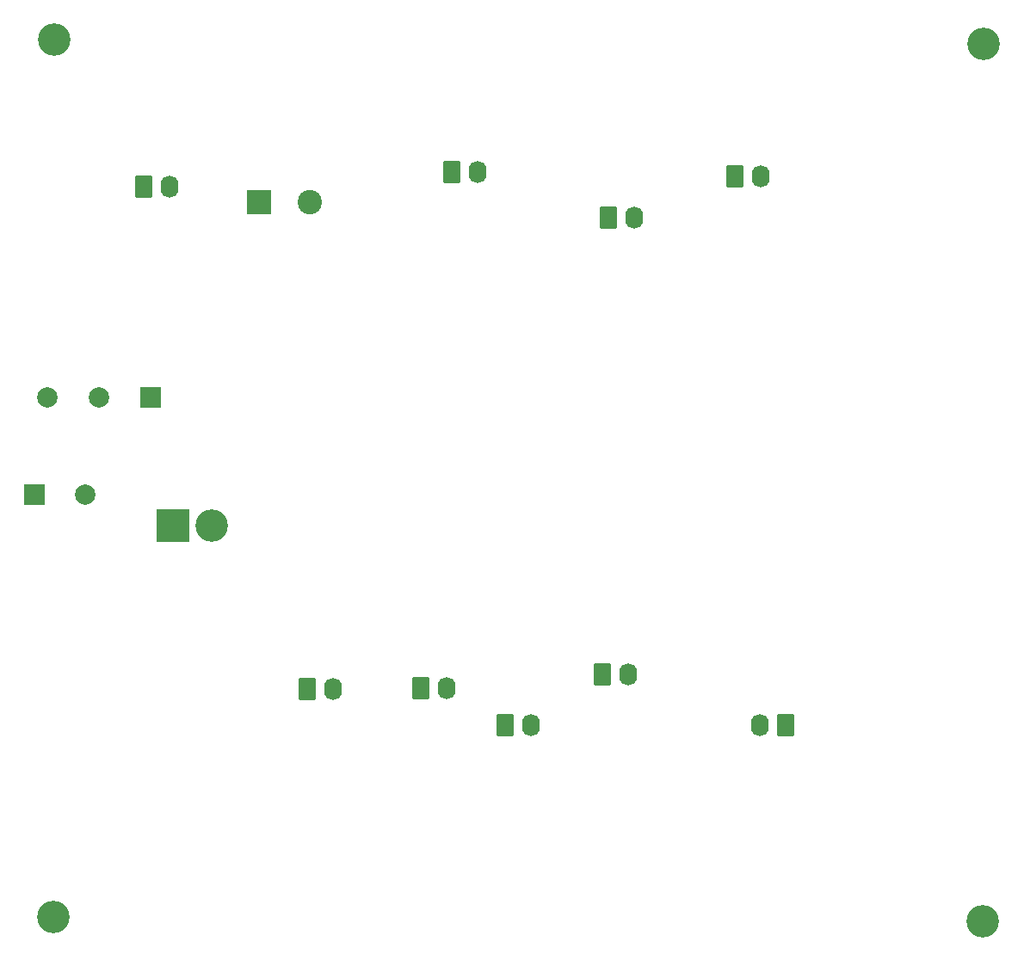
<source format=gbr>
%TF.GenerationSoftware,KiCad,Pcbnew,8.0.8*%
%TF.CreationDate,2025-03-12T15:52:42-05:00*%
%TF.ProjectId,group1_battlebot,67726f75-7031-45f6-9261-74746c65626f,rev?*%
%TF.SameCoordinates,Original*%
%TF.FileFunction,Soldermask,Bot*%
%TF.FilePolarity,Negative*%
%FSLAX46Y46*%
G04 Gerber Fmt 4.6, Leading zero omitted, Abs format (unit mm)*
G04 Created by KiCad (PCBNEW 8.0.8) date 2025-03-12 15:52:42*
%MOMM*%
%LPD*%
G01*
G04 APERTURE LIST*
G04 Aperture macros list*
%AMRoundRect*
0 Rectangle with rounded corners*
0 $1 Rounding radius*
0 $2 $3 $4 $5 $6 $7 $8 $9 X,Y pos of 4 corners*
0 Add a 4 corners polygon primitive as box body*
4,1,4,$2,$3,$4,$5,$6,$7,$8,$9,$2,$3,0*
0 Add four circle primitives for the rounded corners*
1,1,$1+$1,$2,$3*
1,1,$1+$1,$4,$5*
1,1,$1+$1,$6,$7*
1,1,$1+$1,$8,$9*
0 Add four rect primitives between the rounded corners*
20,1,$1+$1,$2,$3,$4,$5,0*
20,1,$1+$1,$4,$5,$6,$7,0*
20,1,$1+$1,$6,$7,$8,$9,0*
20,1,$1+$1,$8,$9,$2,$3,0*%
G04 Aperture macros list end*
%ADD10C,3.200000*%
%ADD11RoundRect,0.250000X-0.620000X-0.845000X0.620000X-0.845000X0.620000X0.845000X-0.620000X0.845000X0*%
%ADD12O,1.740000X2.190000*%
%ADD13RoundRect,0.250000X0.620000X0.845000X-0.620000X0.845000X-0.620000X-0.845000X0.620000X-0.845000X0*%
%ADD14R,2.000000X2.000000*%
%ADD15C,2.000000*%
%ADD16R,2.400000X2.400000*%
%ADD17C,2.400000*%
%ADD18R,3.200000X3.200000*%
%ADD19O,3.200000X3.200000*%
G04 APERTURE END LIST*
D10*
%TO.C,H1*%
X48056800Y-42468800D03*
%TD*%
%TO.C,H3*%
X47955200Y-128828800D03*
%TD*%
%TO.C,H4*%
X139395200Y-129235200D03*
%TD*%
D11*
%TO.C,J7*%
X102565200Y-60000000D03*
D12*
X105105200Y-60000000D03*
%TD*%
D10*
%TO.C,H2*%
X139496800Y-42875200D03*
%TD*%
D13*
%TO.C,J6*%
X120000000Y-110000000D03*
D12*
X117460000Y-110000000D03*
%TD*%
D14*
%TO.C,SW1*%
X57571100Y-77702800D03*
D15*
X52491100Y-77702800D03*
X47411100Y-77702800D03*
%TD*%
D11*
%TO.C,J5*%
X92460000Y-110000000D03*
D12*
X95000000Y-110000000D03*
%TD*%
D14*
%TO.C,C1*%
X46120623Y-87314400D03*
D15*
X51120623Y-87314400D03*
%TD*%
D11*
%TO.C,J9*%
X101960000Y-105000000D03*
D12*
X104500000Y-105000000D03*
%TD*%
D11*
%TO.C,J3*%
X84149900Y-106364400D03*
D12*
X86689900Y-106364400D03*
%TD*%
D11*
%TO.C,J1*%
X56896000Y-56997600D03*
D12*
X59436000Y-56997600D03*
%TD*%
D16*
%TO.C,C2*%
X68237241Y-58521600D03*
D17*
X73237241Y-58521600D03*
%TD*%
D11*
%TO.C,J8*%
X115000000Y-55981600D03*
D12*
X117540000Y-55981600D03*
%TD*%
D18*
%TO.C,D1*%
X59740800Y-90322400D03*
D19*
X63550800Y-90322400D03*
%TD*%
D11*
%TO.C,J4*%
X87172800Y-55524400D03*
D12*
X89712800Y-55524400D03*
%TD*%
D11*
%TO.C,J2*%
X72923100Y-106415200D03*
D12*
X75463100Y-106415200D03*
%TD*%
M02*

</source>
